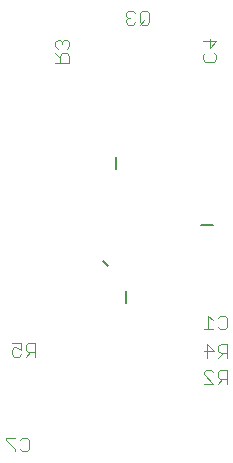
<source format=gbr>
G75*
G70*
%OFA0B0*%
%FSLAX24Y24*%
%IPPOS*%
%LPD*%
%AMOC8*
5,1,8,0,0,1.08239X$1,22.5*
%
%ADD10C,0.0060*%
%ADD11C,0.0040*%
D10*
X008896Y008428D02*
X009056Y008268D01*
X009636Y007438D02*
X009636Y007028D01*
X012146Y009628D02*
X012546Y009628D01*
X009316Y011518D02*
X009316Y011918D01*
D11*
X005653Y002474D02*
X005960Y002167D01*
X005960Y002090D01*
X006113Y002167D02*
X006190Y002090D01*
X006343Y002090D01*
X006420Y002167D01*
X006420Y002474D01*
X006343Y002550D01*
X006190Y002550D01*
X006113Y002474D01*
X005960Y002550D02*
X005653Y002550D01*
X005653Y002474D01*
X005920Y005250D02*
X006074Y005250D01*
X006150Y005327D01*
X006150Y005480D02*
X005997Y005557D01*
X005920Y005557D01*
X005843Y005480D01*
X005843Y005327D01*
X005920Y005250D01*
X006150Y005480D02*
X006150Y005710D01*
X005843Y005710D01*
X006304Y005634D02*
X006304Y005480D01*
X006381Y005403D01*
X006611Y005403D01*
X006611Y005250D02*
X006611Y005710D01*
X006381Y005710D01*
X006304Y005634D01*
X006457Y005403D02*
X006304Y005250D01*
X012263Y005440D02*
X012570Y005440D01*
X012339Y005670D01*
X012339Y005210D01*
X012723Y005210D02*
X012877Y005363D01*
X012800Y005363D02*
X013030Y005363D01*
X013030Y005210D02*
X013030Y005670D01*
X012800Y005670D01*
X012723Y005594D01*
X012723Y005440D01*
X012800Y005363D01*
X012781Y004810D02*
X012704Y004734D01*
X012704Y004580D01*
X012781Y004503D01*
X013011Y004503D01*
X013011Y004350D02*
X013011Y004810D01*
X012781Y004810D01*
X012550Y004734D02*
X012474Y004810D01*
X012320Y004810D01*
X012243Y004734D01*
X012243Y004657D01*
X012550Y004350D01*
X012243Y004350D01*
X012704Y004350D02*
X012857Y004503D01*
X012933Y006157D02*
X012779Y006157D01*
X012703Y006234D01*
X012549Y006157D02*
X012242Y006157D01*
X012396Y006157D02*
X012396Y006618D01*
X012549Y006464D01*
X012703Y006541D02*
X012779Y006618D01*
X012933Y006618D01*
X013010Y006541D01*
X013010Y006234D01*
X012933Y006157D01*
X012584Y015077D02*
X012277Y015077D01*
X012200Y015154D01*
X012200Y015307D01*
X012277Y015384D01*
X012431Y015538D02*
X012431Y015844D01*
X012661Y015768D02*
X012431Y015538D01*
X012584Y015384D02*
X012661Y015307D01*
X012661Y015154D01*
X012584Y015077D01*
X012661Y015768D02*
X012200Y015768D01*
X010411Y016387D02*
X010334Y016310D01*
X010181Y016310D01*
X010104Y016387D01*
X010104Y016694D01*
X010181Y016770D01*
X010334Y016770D01*
X010411Y016694D01*
X010411Y016387D01*
X010257Y016463D02*
X010104Y016310D01*
X009950Y016387D02*
X009874Y016310D01*
X009720Y016310D01*
X009643Y016387D01*
X009643Y016463D01*
X009720Y016540D01*
X009797Y016540D01*
X009720Y016540D02*
X009643Y016617D01*
X009643Y016694D01*
X009720Y016770D01*
X009874Y016770D01*
X009950Y016694D01*
X007750Y015741D02*
X007750Y015587D01*
X007674Y015510D01*
X007674Y015357D02*
X007520Y015357D01*
X007443Y015280D01*
X007443Y015050D01*
X007290Y015050D02*
X007750Y015050D01*
X007750Y015280D01*
X007674Y015357D01*
X007520Y015664D02*
X007520Y015741D01*
X007443Y015817D01*
X007367Y015817D01*
X007290Y015741D01*
X007290Y015587D01*
X007367Y015510D01*
X007290Y015357D02*
X007443Y015203D01*
X007520Y015741D02*
X007597Y015817D01*
X007674Y015817D01*
X007750Y015741D01*
M02*

</source>
